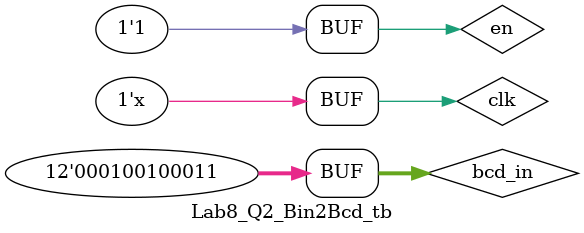
<source format=v>
`timescale 1ns / 1ps


module Lab8_Q2_Bin2Bcd_tb;
reg clk;
reg [11:0] bcd_in;
reg en;
wire [15:0] bcd_out;
wire rdy;


Lab8_Q2_Bin2Bcd uut1(clk, bcd_in, en, bcd_out, rdy);

initial begin
    clk = 1'b0;
    bcd_in = 12'b010101010101;
    en = 1;
    #1500;
    bcd_in = 12'b000100100011;
    #1500;
end


always #10 clk = ~clk;
/*
initial begin
bcd_in = 12'b000000011111;
end
*/
endmodule

</source>
